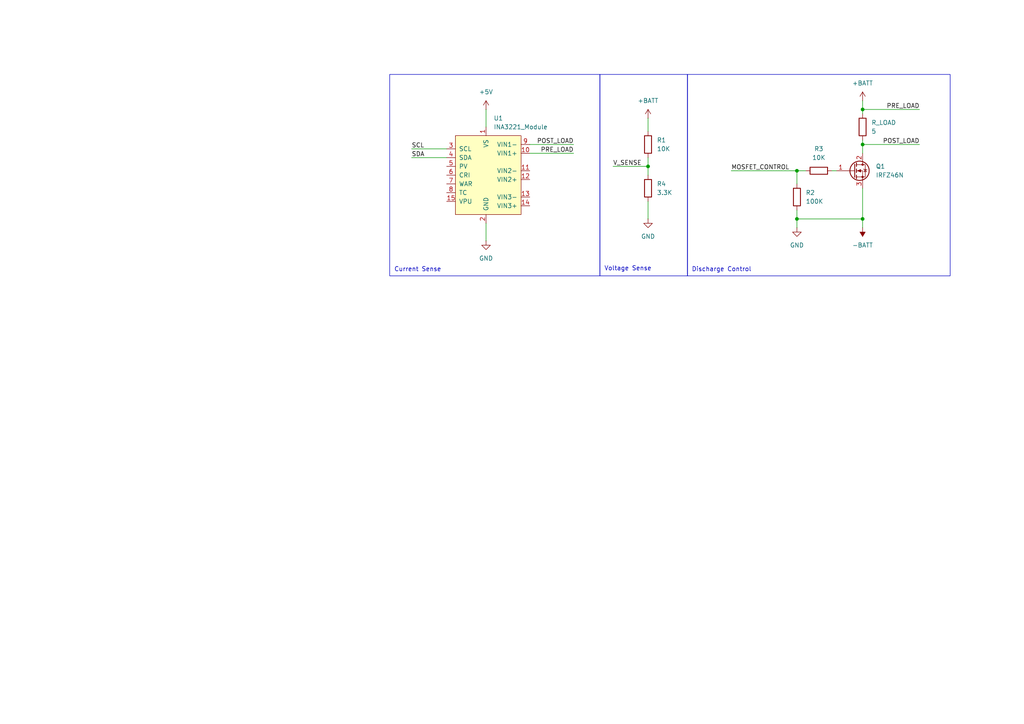
<source format=kicad_sch>
(kicad_sch (version 20231120) (generator "eeschema") (generator_version "8.0")
  (paper "A4")
  (lib_symbols
    (symbol "Device:Q_NMOS_GDS" (pin_names (offset 0) hide)
      (property "Reference" "Q" (at 5.08 1.27 0))
      (property "Value" "Q_NMOS_GDS" (at 5.08 -1.27 0))
      (symbol "Q_NMOS_GDS_0_1"
        (polyline (pts (xy 0.254 0) (xy -2.54 0)))
        (polyline (pts (xy 0.254 1.905) (xy 0.254 -1.905)) (stroke (width 0.254)))
        (polyline (pts (xy 0.762 -1.27) (xy 0.762 -2.286)) (stroke (width 0.254)))
        (polyline (pts (xy 0.762 0.508) (xy 0.762 -0.508)) (stroke (width 0.254)))
        (polyline (pts (xy 0.762 2.286) (xy 0.762 1.27)) (stroke (width 0.254)))
        (polyline (pts (xy 2.54 2.54) (xy 2.54 1.778)))
        (polyline (pts (xy 2.54 -2.54) (xy 2.54 0) (xy 0.762 0)))
        (polyline (pts (xy 0.762 -1.778) (xy 3.302 -1.778) (xy 3.302 1.778) (xy 0.762 1.778)))
        (polyline (pts (xy 1.016 0) (xy 2.032 0.381) (xy 2.032 -0.381) (xy 1.016 0)) (fill (type outline)))
        (polyline (pts (xy 2.794 0.508) (xy 2.921 0.381) (xy 3.683 0.381) (xy 3.81 0.254)))
        (polyline (pts (xy 3.302 0.381) (xy 2.921 -0.254) (xy 3.683 -0.254) (xy 3.302 0.381)))
        (circle (center 1.651 0) (radius 2.794) (stroke (width 0.254)))
        (circle (center 2.54 -1.778) (radius 0.254) (fill (type outline)))
        (circle (center 2.54 1.778) (radius 0.254) (fill (type outline)))
      )
      (symbol "Q_NMOS_GDS_1_1"
        (pin input line (at -5.08 0 0) (length 2.54) (name "G") (number "1"))
        (pin passive line (at 2.54 5.08 270) (length 2.54) (name "D") (number "2"))
        (pin passive line (at 2.54 -5.08 90) (length 2.54) (name "S") (number "3"))
      )
    )
    (symbol "Device:R" (pin_numbers hide) (pin_names (offset 0))
      (property "Reference" "R" (at 2.032 0 90))
      (property "Value" "R" (at 0 0 90))
      (symbol "R_0_1"
        (rectangle (start -1.016 -2.54) (end 1.016 2.54) (stroke (width 0.254)))
      )
      (symbol "R_1_1"
        (pin passive line (at 0 3.81 270) (length 1.27) (name "~") (number "1"))
        (pin passive line (at 0 -3.81 90) (length 1.27) (name "~") (number "2"))
      )
    )
    (symbol "PCM_jwm_kicad_symbols_misc:INA3221_Module" (pin_names (offset 1.016))
      (property "Reference" "U" (at 6.35 12.7 0))
      (property "Value" "INA3221_Module" (at 12.7 -13.97 0))
      (symbol "INA3221_Module_0_1"
        (rectangle (start 10.16 11.43) (end -8.89 -11.43) (fill (type background)))
      )
      (symbol "INA3221_Module_1_1"
        (pin power_in line (at 0 13.97 270) (length 2.54) (name "VS") (number "1"))
        (pin input line (at 12.7 6.35 180) (length 2.54) (name "VIN1+") (number "10"))
        (pin input line (at 12.7 1.27 180) (length 2.54) (name "VIN2-") (number "11"))
        (pin input line (at 12.7 -1.27 180) (length 2.54) (name "VIN2+") (number "12"))
        (pin input line (at 12.7 -6.35 180) (length 2.54) (name "VIN3-") (number "13"))
        (pin input line (at 12.7 -8.89 180) (length 2.54) (name "VIN3+") (number "14"))
        (pin input line (at -11.43 -7.62 0) (length 2.54) (name "VPU") (number "15"))
        (pin power_in line (at 0 -13.97 90) (length 2.54) (name "GND") (number "2"))
        (pin input line (at -11.43 7.62 0) (length 2.54) (name "SCL") (number "3"))
        (pin bidirectional line (at -11.43 5.08 0) (length 2.54) (name "SDA") (number "4"))
        (pin output line (at -11.43 2.54 0) (length 2.54) (name "PV") (number "5"))
        (pin output line (at -11.43 0 0) (length 2.54) (name "CRI") (number "6"))
        (pin output line (at -11.43 -2.54 0) (length 2.54) (name "WAR") (number "7"))
        (pin output line (at -11.43 -5.08 0) (length 2.54) (name "TC") (number "8"))
        (pin input line (at 12.7 8.89 180) (length 2.54) (name "VIN1-") (number "9"))
      )
    )
    (symbol "power:+5V" (power) (pin_numbers hide) (pin_names (offset 0) hide)
      (property "Value" "+5V" (at 0 3.556 0))
      (symbol "+5V_0_1"
        (polyline (pts (xy -0.762 1.27) (xy 0 2.54)))
        (polyline (pts (xy 0 0) (xy 0 2.54)))
        (polyline (pts (xy 0 2.54) (xy 0.762 1.27)))
      )
      (symbol "+5V_1_1"
        (pin power_in line (at 0 0 90) (length 0) (name "~") (number "1"))
      )
    )
    (symbol "power:+BATT" (power) (pin_numbers hide) (pin_names (offset 0) hide)
      (property "Value" "+BATT" (at 0 3.556 0))
      (symbol "+BATT_0_1"
        (polyline (pts (xy -0.762 1.27) (xy 0 2.54)))
        (polyline (pts (xy 0 0) (xy 0 2.54)))
        (polyline (pts (xy 0 2.54) (xy 0.762 1.27)))
      )
      (symbol "+BATT_1_1"
        (pin power_in line (at 0 0 90) (length 0) (name "~") (number "1"))
      )
    )
    (symbol "power:-BATT" (power) (pin_numbers hide) (pin_names (offset 0) hide)
      (property "Value" "-BATT" (at 0 3.556 0))
      (symbol "-BATT_0_1"
        (polyline (pts (xy 0 0) (xy 0 2.54)))
        (polyline (pts (xy 0.762 1.27) (xy -0.762 1.27) (xy 0 2.54) (xy 0.762 1.27)) (fill (type outline)))
      )
      (symbol "-BATT_1_1"
        (pin power_in line (at 0 0 90) (length 0) (name "~") (number "1"))
      )
    )
    (symbol "power:GND" (power) (pin_numbers hide) (pin_names (offset 0) hide)
      (property "Value" "GND" (at 0 -3.81 0))
      (symbol "GND_0_1"
        (polyline (pts (xy 0 0) (xy 0 -1.27) (xy 1.27 -1.27) (xy 0 -2.54) (xy -1.27 -1.27) (xy 0 -1.27)))
      )
      (symbol "GND_1_1"
        (pin power_in line (at 0 0 270) (length 0) (name "~") (number "1"))
      )
    )
  )
  (junction (at 250.19 31.75))
  (junction (at 231.14 49.53))
  (junction (at 231.14 63.5))
  (junction (at 250.19 41.91))
  (junction (at 250.19 63.5))
  (junction (at 187.96 48.26))
  (wire (pts (xy 250.19 31.75) (xy 266.7 31.75)))
  (wire (pts (xy 250.19 63.5) (xy 250.19 66.04)))
  (wire (pts (xy 153.67 41.91) (xy 166.37 41.91)))
  (wire (pts (xy 119.38 43.18) (xy 129.54 43.18)))
  (wire (pts (xy 119.38 45.72) (xy 129.54 45.72)))
  (wire (pts (xy 250.19 54.61) (xy 250.19 63.5)))
  (wire (pts (xy 153.67 44.45) (xy 166.37 44.45)))
  (wire (pts (xy 187.96 34.29) (xy 187.96 38.1)))
  (wire (pts (xy 250.19 40.64) (xy 250.19 41.91)))
  (wire (pts (xy 250.19 41.91) (xy 250.19 44.45)))
  (wire (pts (xy 250.19 63.5) (xy 231.14 63.5)))
  (wire (pts (xy 187.96 58.42) (xy 187.96 63.5)))
  (wire (pts (xy 212.09 49.53) (xy 231.14 49.53)))
  (wire (pts (xy 177.8 48.26) (xy 187.96 48.26)))
  (wire (pts (xy 250.19 31.75) (xy 250.19 33.02)))
  (wire (pts (xy 187.96 48.26) (xy 187.96 50.8)))
  (wire (pts (xy 250.19 29.21) (xy 250.19 31.75)))
  (wire (pts (xy 233.68 49.53) (xy 231.14 49.53)))
  (wire (pts (xy 241.3 49.53) (xy 242.57 49.53)))
  (wire (pts (xy 231.14 60.96) (xy 231.14 63.5)))
  (wire (pts (xy 140.97 64.77) (xy 140.97 69.85)))
  (wire (pts (xy 250.19 41.91) (xy 266.7 41.91)))
  (wire (pts (xy 231.14 63.5) (xy 231.14 66.04)))
  (wire (pts (xy 140.97 31.75) (xy 140.97 36.83)))
  (wire (pts (xy 231.14 49.53) (xy 231.14 53.34)))
  (wire (pts (xy 187.96 45.72) (xy 187.96 48.26)))
  (rectangle (start 113.03 21.59) (end 173.99 80.01))
  (rectangle (start 199.39 21.59) (end 275.59 80.01))
  (rectangle (start 173.99 21.59) (end 199.39 80.01))
  (text "Discharge Control" (at 209.296 78.232 0) (effects (font (size 1.27 1.27))))
  (text "Voltage Sense" (at 182.118 77.978 0) (effects (font (size 1.27 1.27))))
  (text "Current Sense" (at 121.158 78.232 0) (effects (font (size 1.27 1.27))))
  (label "MOSFET_CONTROL" (at 212.09 49.53 0))
  (label "V_SENSE" (at 177.8 48.26 0))
  (label "SDA" (at 119.38 45.72 0))
  (label "PRE_LOAD" (at 166.37 44.45 180))
  (label "PRE_LOAD" (at 266.7 31.75 180))
  (label "SCL" (at 119.38 43.18 0))
  (label "POST_LOAD" (at 166.37 41.91 180))
  (label "POST_LOAD" (at 266.7 41.91 180))
  (symbol (lib_id "power:+BATT") (at 187.96 34.29 0) (unit 1)
    (property "Reference" "#PWR02" (effects (hide yes)))
    (property "Value" "+BATT" (at 187.96 29.21 0))
    (property "Description" "Power symbol creates a global label with name \"+BATT\"" (effects (hide yes)))
  )
  (symbol (lib_id "power:-BATT") (at 250.19 66.04 180) (unit 1)
    (property "Reference" "#PWR06" (effects (hide yes)))
    (property "Value" "-BATT" (at 250.19 71.12 0))
    (property "Description" "Power symbol creates a global label with name \"-BATT\"" (effects (hide yes)))
  )
  (symbol (lib_id "Device:R") (at 187.96 54.61 0) (unit 1)
    (property "Reference" "R4" (at 190.5 53.3399 0) (effects (justify left)))
    (property "Value" "3.3K" (at 190.5 55.8799 0) (effects (justify left)))
    (property "Description" "Resistor" (effects (hide yes)))
  )
  (symbol (lib_id "power:+5V") (at 140.97 31.75 0) (unit 1)
    (property "Reference" "#PWR01" (effects (hide yes)))
    (property "Value" "+5V" (at 140.97 26.67 0))
    (property "Description" "Power symbol creates a global label with name \"+5V\"" (effects (hide yes)))
  )
  (symbol (lib_id "Device:R") (at 237.49 49.53 90) (unit 1)
    (property "Reference" "R3" (at 237.49 43.18 90))
    (property "Value" "10K" (at 237.49 45.72 90))
    (property "Description" "Resistor" (effects (hide yes)))
  )
  (symbol (lib_id "Device:R") (at 231.14 57.15 0) (unit 1)
    (property "Reference" "R2" (at 233.68 55.8799 0) (effects (justify left)))
    (property "Value" "100K" (at 233.68 58.4199 0) (effects (justify left)))
    (property "Description" "Resistor" (effects (hide yes)))
  )
  (symbol (lib_id "power:GND") (at 187.96 63.5 0) (unit 1)
    (property "Reference" "#PWR04" (effects (hide yes)))
    (property "Value" "GND" (at 187.96 68.58 0))
    (property "Description" "Power symbol creates a global label with name \"GND\" , ground" (effects (hide yes)))
  )
  (symbol (lib_id "power:GND") (at 140.97 69.85 0) (unit 1)
    (property "Reference" "#PWR07" (effects (hide yes)))
    (property "Value" "GND" (at 140.97 74.93 0))
    (property "Description" "Power symbol creates a global label with name \"GND\" , ground" (effects (hide yes)))
  )
  (symbol (lib_id "Device:R") (at 250.19 36.83 0) (unit 1)
    (property "Reference" "R_LOAD" (at 252.73 35.5599 0) (effects (justify left)))
    (property "Value" "5" (at 252.73 38.0999 0) (effects (justify left)))
    (property "Description" "Resistor" (effects (hide yes)))
  )
  (symbol (lib_id "Device:R") (at 187.96 41.91 0) (unit 1)
    (property "Reference" "R1" (at 190.5 40.6399 0) (effects (justify left)))
    (property "Value" "10K" (at 190.5 43.1799 0) (effects (justify left)))
    (property "Description" "Resistor" (effects (hide yes)))
  )
  (symbol (lib_id "power:+BATT") (at 250.19 29.21 0) (unit 1)
    (property "Reference" "#PWR05" (effects (hide yes)))
    (property "Value" "+BATT" (at 250.19 24.13 0))
    (property "Description" "Power symbol creates a global label with name \"+BATT\"" (effects (hide yes)))
  )
  (symbol (lib_id "PCM_jwm_kicad_symbols_misc:INA3221_Module") (at 140.97 50.8 0) (unit 1)
    (property "Reference" "U1" (at 143.1641 34.29 0) (effects (justify left)))
    (property "Value" "INA3221_Module" (at 143.1641 36.83 0) (effects (justify left)))
  )
  (symbol (lib_id "Device:Q_NMOS_GDS") (at 247.65 49.53 0) (unit 1)
    (property "Reference" "Q1" (at 254 48.2599 0) (effects (justify left)))
    (property "Value" "IRFZ46N" (at 254 50.7999 0) (effects (justify left)))
    (property "Description" "N-MOSFET transistor, gate/drain/source" (effects (hide yes)))
  )
  (symbol (lib_id "power:GND") (at 231.14 66.04 0) (unit 1)
    (property "Reference" "#PWR03" (effects (hide yes)))
    (property "Value" "GND" (at 231.14 71.12 0))
    (property "Description" "Power symbol creates a global label with name \"GND\" , ground" (effects (hide yes)))
  )
)
</source>
